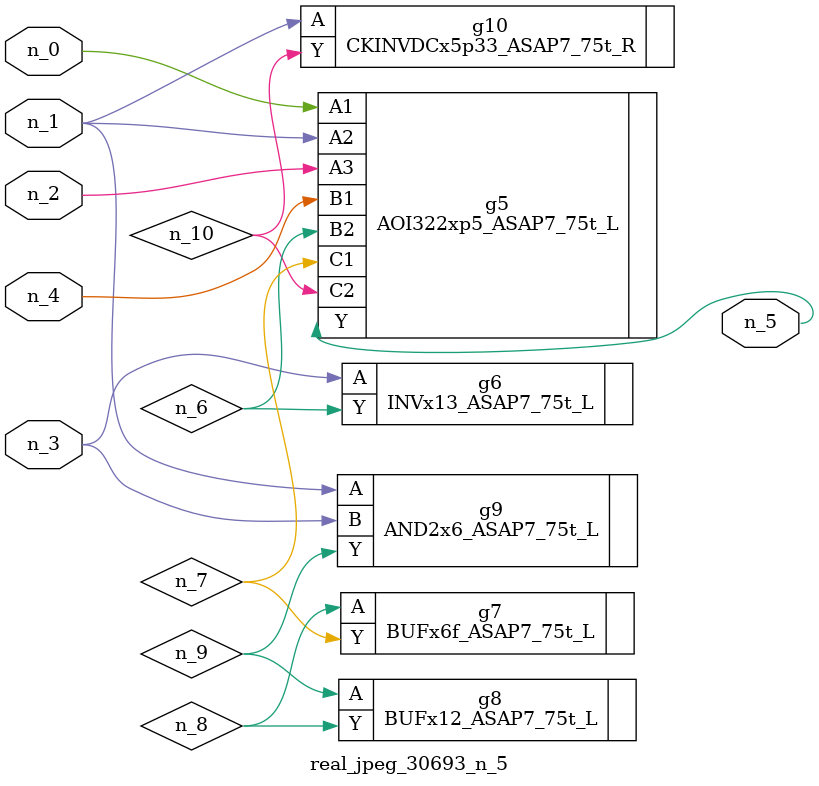
<source format=v>
module real_jpeg_30693_n_5 (n_4, n_0, n_1, n_2, n_3, n_5);

input n_4;
input n_0;
input n_1;
input n_2;
input n_3;

output n_5;

wire n_8;
wire n_6;
wire n_7;
wire n_10;
wire n_9;

AOI322xp5_ASAP7_75t_L g5 ( 
.A1(n_0),
.A2(n_1),
.A3(n_2),
.B1(n_4),
.B2(n_6),
.C1(n_7),
.C2(n_10),
.Y(n_5)
);

AND2x6_ASAP7_75t_L g9 ( 
.A(n_1),
.B(n_3),
.Y(n_9)
);

CKINVDCx5p33_ASAP7_75t_R g10 ( 
.A(n_1),
.Y(n_10)
);

INVx13_ASAP7_75t_L g6 ( 
.A(n_3),
.Y(n_6)
);

BUFx6f_ASAP7_75t_L g7 ( 
.A(n_8),
.Y(n_7)
);

BUFx12_ASAP7_75t_L g8 ( 
.A(n_9),
.Y(n_8)
);


endmodule
</source>
